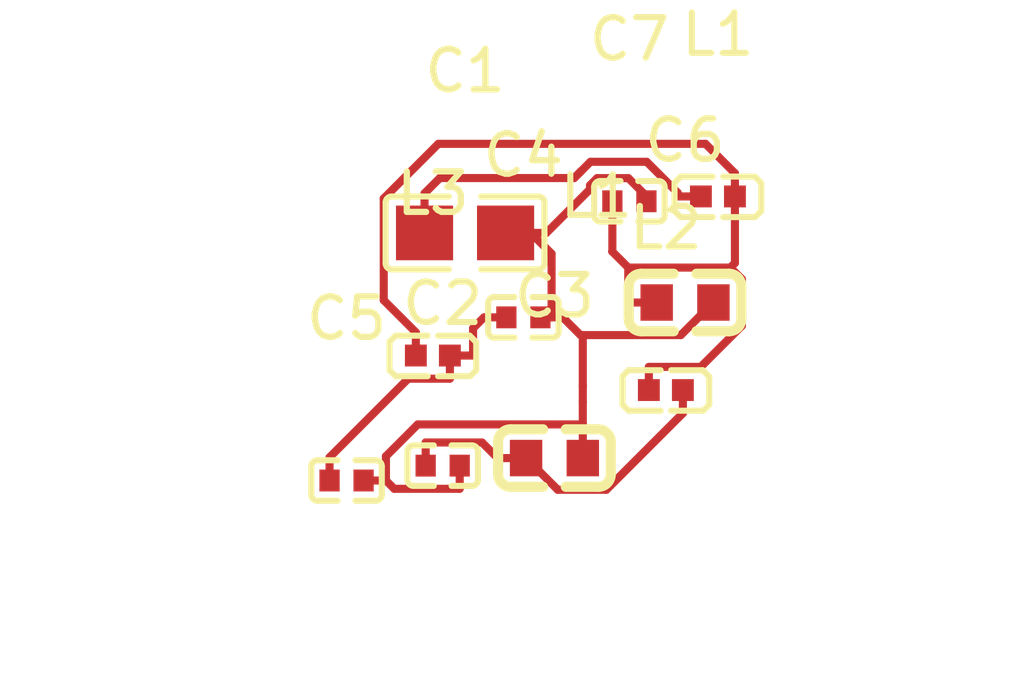
<source format=kicad_pcb>
(kicad_pcb (version 20241229) (generator "pcbnew") (generator_version "9.0")
  (layers (0 "F.Cu" signal) (2 "B.Cu" signal) (13 "F.Paste" user) (15 "B.Paste" user) (5 "F.SilkS" user "F.Silkscreen") (7 "B.SilkS" user "B.Silkscreen") (1 "F.Mask" user) (3 "B.Mask" user) (25 "Edge.Cuts" user))
  (net 0 "")
  (net 1 "vcc")
  (net 2 "vcc_mcu")
  (net 3 "vcc_sensors")
  (net 4 "gnd")
  (net 5 "vbat")
  (footprint "Samsung_Electro_Mechanics_CL05B104KO5NNNC:C0402" (layer "F.Cu") (at 95.4357 98.7818)
    (property "Reference" "C4" (at 0 -4 0) (layer "F.SilkS"))
    (property "Value" "100nF ±10% 16V X7R")
    (fp_line (start -0.87 0.35) (end -0.87 -0.35) (stroke (width 0.15)) (layer "F.SilkS"))
    (fp_line (start -0.72 -0.5) (end -0.22 -0.5) (stroke (width 0.15)) (layer "F.SilkS"))
    (fp_line (start -0.22 0.5) (end -0.72 0.5) (stroke (width 0.15)) (layer "F.SilkS"))
    (fp_line (start 0.22 -0.5) (end 0.72 -0.5) (stroke (width 0.15)) (layer "F.SilkS"))
    (fp_line (start 0.72 0.5) (end 0.22 0.5) (stroke (width 0.15)) (layer "F.SilkS"))
    (fp_line (start 0.87 -0.35) (end 0.87 0.35) (stroke (width 0.15)) (layer "F.SilkS"))
    (fp_arc (start -0.87 -0.35) (mid -0.826066 -0.456066) (end -0.72 -0.5) (stroke (width 0.15)) (layer "F.SilkS"))
    (fp_arc (start -0.72 0.5) (mid -0.826066 0.456066) (end -0.87 0.35) (stroke (width 0.15)) (layer "F.SilkS"))
    (fp_arc (start 0.72 -0.5) (mid 0.826066 -0.456066) (end 0.87 -0.35) (stroke (width 0.15)) (layer "F.SilkS"))
    (fp_arc (start 0.87 0.35) (mid 0.826066 0.456066) (end 0.72 0.5) (stroke (width 0.15)) (layer "F.SilkS"))
    (fp_text user "${REFERENCE}" (at 0 -4 0) (layer "F.SilkS"))
    (pad "1" smd rect (at -0.42 0) (size 0.5 0.54) (layers "F.Cu" "F.Mask" "F.Paste") (net 3 "vcc_sensors"))
    (pad "2" smd rect (at 0.42 0) (size 0.5 0.54) (layers "F.Cu" "F.Mask" "F.Paste") (net 4 "gnd"))
  )
  (footprint "Samsung_Electro_Mechanics_CL05B104KO5NNNC:C0402" (layer "F.Cu") (at 98.0518 95.9169)
    (property "Reference" "C7" (at 0 -4 0) (layer "F.SilkS"))
    (property "Value" "100nF ±10% 16V X7R")
    (fp_line (start -0.87 0.35) (end -0.87 -0.35) (stroke (width 0.15)) (layer "F.SilkS"))
    (fp_line (start -0.72 -0.5) (end -0.22 -0.5) (stroke (width 0.15)) (layer "F.SilkS"))
    (fp_line (start -0.22 0.5) (end -0.72 0.5) (stroke (width 0.15)) (layer "F.SilkS"))
    (fp_line (start 0.22 -0.5) (end 0.72 -0.5) (stroke (width 0.15)) (layer "F.SilkS"))
    (fp_line (start 0.72 0.5) (end 0.22 0.5) (stroke (width 0.15)) (layer "F.SilkS"))
    (fp_line (start 0.87 -0.35) (end 0.87 0.35) (stroke (width 0.15)) (layer "F.SilkS"))
    (fp_arc (start -0.87 -0.35) (mid -0.826066 -0.456066) (end -0.72 -0.5) (stroke (width 0.15)) (layer "F.SilkS"))
    (fp_arc (start -0.72 0.5) (mid -0.826066 0.456066) (end -0.87 0.35) (stroke (width 0.15)) (layer "F.SilkS"))
    (fp_arc (start 0.72 -0.5) (mid 0.826066 -0.456066) (end 0.87 -0.35) (stroke (width 0.15)) (layer "F.SilkS"))
    (fp_arc (start 0.87 0.35) (mid 0.826066 0.456066) (end 0.72 0.5) (stroke (width 0.15)) (layer "F.SilkS"))
    (fp_text user "${REFERENCE}" (at 0 -4 0) (layer "F.SilkS"))
    (pad "1" smd rect (at -0.42 0) (size 0.5 0.54) (layers "F.Cu" "F.Mask" "F.Paste") (net 1 "vcc"))
    (pad "2" smd rect (at 0.42 0) (size 0.5 0.54) (layers "F.Cu" "F.Mask" "F.Paste") (net 4 "gnd"))
  )
  (footprint "Murata_Electronics_BLM15PD121SN1D:L0402" (layer "F.Cu") (at 98.9524 100.5764)
    (property "Reference" "L2" (at 0 -4 0) (layer "F.SilkS"))
    (property "Value" "")
    (fp_line (start -1.07 -0.34) (end -0.92 -0.49) (stroke (width 0.15)) (layer "F.SilkS"))
    (fp_line (start -1.07 0.36) (end -1.07 -0.34) (stroke (width 0.15)) (layer "F.SilkS"))
    (fp_line (start -0.92 -0.49) (end -0.13 -0.49) (stroke (width 0.15)) (layer "F.SilkS"))
    (fp_line (start -0.92 0.51) (end -1.07 0.36) (stroke (width 0.15)) (layer "F.SilkS"))
    (fp_line (start -0.13 0.51) (end -0.92 0.51) (stroke (width 0.15)) (layer "F.SilkS"))
    (fp_line (start 0.13 0.51) (end 0.92 0.51) (stroke (width 0.15)) (layer "F.SilkS"))
    (fp_line (start 0.91 -0.49) (end 0.13 -0.49) (stroke (width 0.15)) (layer "F.SilkS"))
    (fp_line (start 0.92 0.51) (end 1.07 0.36) (stroke (width 0.15)) (layer "F.SilkS"))
    (fp_line (start 1.07 -0.33) (end 0.91 -0.49) (stroke (width 0.15)) (layer "F.SilkS"))
    (fp_line (start 1.07 0.36) (end 1.07 -0.33) (stroke (width 0.15)) (layer "F.SilkS"))
    (fp_text user "${REFERENCE}" (at 0 -4 0) (layer "F.SilkS"))
    (pad "1" smd rect (at -0.42 0) (size 0.54 0.54) (layers "F.Cu" "F.Mask" "F.Paste") (net 1 "vcc"))
    (pad "2" smd rect (at 0.42 0) (size 0.54 0.54) (layers "F.Cu" "F.Mask" "F.Paste") (net 2 "vcc_mcu"))
  )
  (footprint "Murata_Electronics_BLM15PD121SN1D:L0402" (layer "F.Cu") (at 93.2018 99.7244)
    (property "Reference" "L3" (at 0 -4 0) (layer "F.SilkS"))
    (property "Value" "")
    (fp_line (start -1.07 -0.34) (end -0.92 -0.49) (stroke (width 0.15)) (layer "F.SilkS"))
    (fp_line (start -1.07 0.36) (end -1.07 -0.34) (stroke (width 0.15)) (layer "F.SilkS"))
    (fp_line (start -0.92 -0.49) (end -0.13 -0.49) (stroke (width 0.15)) (layer "F.SilkS"))
    (fp_line (start -0.92 0.51) (end -1.07 0.36) (stroke (width 0.15)) (layer "F.SilkS"))
    (fp_line (start -0.13 0.51) (end -0.92 0.51) (stroke (width 0.15)) (layer "F.SilkS"))
    (fp_line (start 0.13 0.51) (end 0.92 0.51) (stroke (width 0.15)) (layer "F.SilkS"))
    (fp_line (start 0.91 -0.49) (end 0.13 -0.49) (stroke (width 0.15)) (layer "F.SilkS"))
    (fp_line (start 0.92 0.51) (end 1.07 0.36) (stroke (width 0.15)) (layer "F.SilkS"))
    (fp_line (start 1.07 -0.33) (end 0.91 -0.49) (stroke (width 0.15)) (layer "F.SilkS"))
    (fp_line (start 1.07 0.36) (end 1.07 -0.33) (stroke (width 0.15)) (layer "F.SilkS"))
    (fp_text user "${REFERENCE}" (at 0 -4 0) (layer "F.SilkS"))
    (pad "1" smd rect (at -0.42 0) (size 0.54 0.54) (layers "F.Cu" "F.Mask" "F.Paste") (net 1 "vcc"))
    (pad "2" smd rect (at 0.42 0) (size 0.54 0.54) (layers "F.Cu" "F.Mask" "F.Paste") (net 3 "vcc_sensors"))
  )
  (footprint "Samsung_Electro_Mechanics_CL10A475KO8NNNC:C0603" (layer "F.Cu") (at 99.4258 98.4157)
    (property "Reference" "C6" (at 0 -4 0) (layer "F.SilkS"))
    (property "Value" "4.7µF ±10% 16V X5R")
    (fp_line (start -1.39 0.4) (end -1.39 -0.4) (stroke (width 0.25)) (layer "F.SilkS"))
    (fp_line (start -0.28 -0.71) (end -1.08 -0.71) (stroke (width 0.25)) (layer "F.SilkS"))
    (fp_line (start -0.28 0.71) (end -1.08 0.71) (stroke (width 0.25)) (layer "F.SilkS"))
    (fp_line (start 0.28 -0.71) (end 1.08 -0.71) (stroke (width 0.25)) (layer "F.SilkS"))
    (fp_line (start 0.28 0.71) (end 1.08 0.71) (stroke (width 0.25)) (layer "F.SilkS"))
    (fp_line (start 1.39 -0.4) (end 1.39 0.4) (stroke (width 0.25)) (layer "F.SilkS"))
    (fp_arc (start -1.39 -0.4) (mid -1.299203 -0.619203) (end -1.08 -0.71) (stroke (width 0.25)) (layer "F.SilkS"))
    (fp_arc (start -1.08 0.71) (mid -1.299203 0.619203) (end -1.39 0.4) (stroke (width 0.25)) (layer "F.SilkS"))
    (fp_arc (start 1.08 -0.71) (mid 1.299203 -0.619203) (end 1.39 -0.4) (stroke (width 0.25)) (layer "F.SilkS"))
    (fp_arc (start 1.39 0.4) (mid 1.299203 0.619203) (end 1.08 0.71) (stroke (width 0.25)) (layer "F.SilkS"))
    (fp_text user "${REFERENCE}" (at 0 -4 0) (layer "F.SilkS"))
    (pad "1" smd rect (at -0.7 0) (size 0.8 0.9) (layers "F.Cu" "F.Mask" "F.Paste") (net 1 "vcc"))
    (pad "2" smd rect (at 0.7 0) (size 0.8 0.9) (layers "F.Cu" "F.Mask" "F.Paste") (net 4 "gnd"))
  )
  (footprint "Samsung_Electro_Mechanics_CL21A226MAQNNNE:C0805" (layer "F.Cu") (at 93.9961 96.6983)
    (property "Reference" "C1" (at 0 -4 0) (layer "F.SilkS"))
    (property "Value" "22µF ±20% 25V X5R")
    (fp_line (start -1.96 0.75) (end -1.96 -0.75) (stroke (width 0.15)) (layer "F.SilkS"))
    (fp_line (start -1.81 -0.9) (end -0.4 -0.9) (stroke (width 0.15)) (layer "F.SilkS"))
    (fp_line (start -0.4 0.9) (end -1.81 0.9) (stroke (width 0.15)) (layer "F.SilkS"))
    (fp_line (start 0.4 0.9) (end 1.81 0.9) (stroke (width 0.15)) (layer "F.SilkS"))
    (fp_line (start 1.81 -0.9) (end 0.4 -0.9) (stroke (width 0.15)) (layer "F.SilkS"))
    (fp_line (start 1.96 0.75) (end 1.96 -0.75) (stroke (width 0.15)) (layer "F.SilkS"))
    (fp_arc (start -1.96 -0.75) (mid -1.916066 -0.856066) (end -1.81 -0.9) (stroke (width 0.15)) (layer "F.SilkS"))
    (fp_arc (start -1.81 0.9) (mid -1.916066 0.856066) (end -1.96 0.75) (stroke (width 0.15)) (layer "F.SilkS"))
    (fp_arc (start 1.81 -0.9) (mid 1.916066 -0.856066) (end 1.96 -0.75) (stroke (width 0.15)) (layer "F.SilkS"))
    (fp_arc (start 1.96 0.75) (mid 1.916066 0.856066) (end 1.81 0.9) (stroke (width 0.15)) (layer "F.SilkS"))
    (fp_text user "${REFERENCE}" (at 0 -4 0) (layer "F.SilkS"))
    (pad "1" smd rect (at -1 0) (size 1.41 1.35) (layers "F.Cu" "F.Mask" "F.Paste") (net 5 "vbat"))
    (pad "2" smd rect (at 1 0) (size 1.41 1.35) (layers "F.Cu" "F.Mask" "F.Paste") (net 4 "gnd"))
  )
  (footprint "Samsung_Electro_Mechanics_CL10A475KO8NNNC:C0603" (layer "F.Cu") (at 96.2022 102.2552)
    (property "Reference" "C3" (at 0 -4 0) (layer "F.SilkS"))
    (property "Value" "4.7µF ±10% 16V X5R")
    (fp_line (start -1.39 0.4) (end -1.39 -0.4) (stroke (width 0.25)) (layer "F.SilkS"))
    (fp_line (start -0.28 -0.71) (end -1.08 -0.71) (stroke (width 0.25)) (layer "F.SilkS"))
    (fp_line (start -0.28 0.71) (end -1.08 0.71) (stroke (width 0.25)) (layer "F.SilkS"))
    (fp_line (start 0.28 -0.71) (end 1.08 -0.71) (stroke (width 0.25)) (layer "F.SilkS"))
    (fp_line (start 0.28 0.71) (end 1.08 0.71) (stroke (width 0.25)) (layer "F.SilkS"))
    (fp_line (start 1.39 -0.4) (end 1.39 0.4) (stroke (width 0.25)) (layer "F.SilkS"))
    (fp_arc (start -1.39 -0.4) (mid -1.299203 -0.619203) (end -1.08 -0.71) (stroke (width 0.25)) (layer "F.SilkS"))
    (fp_arc (start -1.08 0.71) (mid -1.299203 0.619203) (end -1.39 0.4) (stroke (width 0.25)) (layer "F.SilkS"))
    (fp_arc (start 1.08 -0.71) (mid 1.299203 -0.619203) (end 1.39 -0.4) (stroke (width 0.25)) (layer "F.SilkS"))
    (fp_arc (start 1.39 0.4) (mid 1.299203 0.619203) (end 1.08 0.71) (stroke (width 0.25)) (layer "F.SilkS"))
    (fp_text user "${REFERENCE}" (at 0 -4 0) (layer "F.SilkS"))
    (pad "1" smd rect (at -0.7 0) (size 0.8 0.9) (layers "F.Cu" "F.Mask" "F.Paste") (net 2 "vcc_mcu"))
    (pad "2" smd rect (at 0.7 0) (size 0.8 0.9) (layers "F.Cu" "F.Mask" "F.Paste") (net 4 "gnd"))
  )
  (footprint "Murata_Electronics_BLM15PD121SN1D:L0402" (layer "F.Cu") (at 100.2368 95.7977)
    (property "Reference" "L1" (at -3 0 0) (layer "F.SilkS"))
    (property "Value" "")
    (fp_line (start -1.07 -0.34) (end -0.92 -0.49) (stroke (width 0.15)) (layer "F.SilkS"))
    (fp_line (start -1.07 0.36) (end -1.07 -0.34) (stroke (width 0.15)) (layer "F.SilkS"))
    (fp_line (start -0.92 -0.49) (end -0.13 -0.49) (stroke (width 0.15)) (layer "F.SilkS"))
    (fp_line (start -0.92 0.51) (end -1.07 0.36) (stroke (width 0.15)) (layer "F.SilkS"))
    (fp_line (start -0.13 0.51) (end -0.92 0.51) (stroke (width 0.15)) (layer "F.SilkS"))
    (fp_line (start 0.13 0.51) (end 0.92 0.51) (stroke (width 0.15)) (layer "F.SilkS"))
    (fp_line (start 0.91 -0.49) (end 0.13 -0.49) (stroke (width 0.15)) (layer "F.SilkS"))
    (fp_line (start 0.92 0.51) (end 1.07 0.36) (stroke (width 0.15)) (layer "F.SilkS"))
    (fp_line (start 1.07 -0.33) (end 0.91 -0.49) (stroke (width 0.15)) (layer "F.SilkS"))
    (fp_line (start 1.07 0.36) (end 1.07 -0.33) (stroke (width 0.15)) (layer "F.SilkS"))
    (fp_text user "${REFERENCE}" (at 0 -4 0) (layer "F.SilkS"))
    (pad "1" smd rect (at -0.42 0) (size 0.54 0.54) (layers "F.Cu" "F.Mask" "F.Paste") (net 5 "vbat"))
    (pad "2" smd rect (at 0.42 0) (size 0.54 0.54) (layers "F.Cu" "F.Mask" "F.Paste") (net 1 "vcc"))
  )
  (footprint "Samsung_Electro_Mechanics_CL05B104KO5NNNC:C0402" (layer "F.Cu") (at 93.4441 102.4418)
    (property "Reference" "C2" (at 0 -4 0) (layer "F.SilkS"))
    (property "Value" "100nF ±10% 16V X7R")
    (fp_line (start -0.87 0.35) (end -0.87 -0.35) (stroke (width 0.15)) (layer "F.SilkS"))
    (fp_line (start -0.72 -0.5) (end -0.22 -0.5) (stroke (width 0.15)) (layer "F.SilkS"))
    (fp_line (start -0.22 0.5) (end -0.72 0.5) (stroke (width 0.15)) (layer "F.SilkS"))
    (fp_line (start 0.22 -0.5) (end 0.72 -0.5) (stroke (width 0.15)) (layer "F.SilkS"))
    (fp_line (start 0.72 0.5) (end 0.22 0.5) (stroke (width 0.15)) (layer "F.SilkS"))
    (fp_line (start 0.87 -0.35) (end 0.87 0.35) (stroke (width 0.15)) (layer "F.SilkS"))
    (fp_arc (start -0.87 -0.35) (mid -0.826066 -0.456066) (end -0.72 -0.5) (stroke (width 0.15)) (layer "F.SilkS"))
    (fp_arc (start -0.72 0.5) (mid -0.826066 0.456066) (end -0.87 0.35) (stroke (width 0.15)) (layer "F.SilkS"))
    (fp_arc (start 0.72 -0.5) (mid 0.826066 -0.456066) (end 0.87 -0.35) (stroke (width 0.15)) (layer "F.SilkS"))
    (fp_arc (start 0.87 0.35) (mid 0.826066 0.456066) (end 0.72 0.5) (stroke (width 0.15)) (layer "F.SilkS"))
    (fp_text user "${REFERENCE}" (at 0 -4 0) (layer "F.SilkS"))
    (pad "1" smd rect (at -0.42 0) (size 0.5 0.54) (layers "F.Cu" "F.Mask" "F.Paste") (net 2 "vcc_mcu"))
    (pad "2" smd rect (at 0.42 0) (size 0.5 0.54) (layers "F.Cu" "F.Mask" "F.Paste") (net 4 "gnd"))
  )
  (footprint "Samsung_Electro_Mechanics_CL05B104KO5NNNC:C0402" (layer "F.Cu") (at 91.0718 102.8087)
    (property "Reference" "C5" (at 0 -4 0) (layer "F.SilkS"))
    (property "Value" "100nF ±10% 16V X7R")
    (fp_line (start -0.87 0.35) (end -0.87 -0.35) (stroke (width 0.15)) (layer "F.SilkS"))
    (fp_line (start -0.72 -0.5) (end -0.22 -0.5) (stroke (width 0.15)) (layer "F.SilkS"))
    (fp_line (start -0.22 0.5) (end -0.72 0.5) (stroke (width 0.15)) (layer "F.SilkS"))
    (fp_line (start 0.22 -0.5) (end 0.72 -0.5) (stroke (width 0.15)) (layer "F.SilkS"))
    (fp_line (start 0.72 0.5) (end 0.22 0.5) (stroke (width 0.15)) (layer "F.SilkS"))
    (fp_line (start 0.87 -0.35) (end 0.87 0.35) (stroke (width 0.15)) (layer "F.SilkS"))
    (fp_arc (start -0.87 -0.35) (mid -0.826066 -0.456066) (end -0.72 -0.5) (stroke (width 0.15)) (layer "F.SilkS"))
    (fp_arc (start -0.72 0.5) (mid -0.826066 0.456066) (end -0.87 0.35) (stroke (width 0.15)) (layer "F.SilkS"))
    (fp_arc (start 0.72 -0.5) (mid 0.826066 -0.456066) (end 0.87 -0.35) (stroke (width 0.15)) (layer "F.SilkS"))
    (fp_arc (start 0.87 0.35) (mid 0.826066 0.456066) (end 0.72 0.5) (stroke (width 0.15)) (layer "F.SilkS"))
    (fp_text user "${REFERENCE}" (at 0 -4 0) (layer "F.SilkS"))
    (pad "1" smd rect (at -0.42 0) (size 0.5 0.54) (layers "F.Cu" "F.Mask" "F.Paste") (net 3 "vcc_sensors"))
    (pad "2" smd rect (at 0.42 0) (size 0.5 0.54) (layers "F.Cu" "F.Mask" "F.Paste") (net 4 "gnd"))
  )
  (segment (start 99.9308 94.5) (end 93.3364 94.5) (width 0.2) (layer "F.Cu") (net 1))
  (segment (start 100.8275 98.9907) (end 100.8275 97.8381) (width 0.2) (layer "F.Cu") (net 1))
  (segment (start 100.5432 97.5538) (end 98.0241 97.5538) (width 0.2) (layer "F.Cu") (net 1))
  (segment (start 100.8275 97.8381) (end 100.5432 97.5538) (width 0.2) (layer "F.Cu") (net 1))
  (segment (start 100.6568 95.226) (end 99.9308 94.5) (width 0.2) (layer "F.Cu") (net 1))
  (segment (start 97.6286 97.1583) (end 98.0241 97.5538) (width 0.2) (layer "F.Cu") (net 1))
  (segment (start 91.9894 95.847) (end 91.9894 98.3603) (width 0.2) (layer "F.Cu") (net 1))
  (segment (start 100.6568 97.4402) (end 100.6568 96.3694) (width 0.2) (layer "F.Cu") (net 1))
  (segment (start 98.0241 97.5538) (end 98.0241 98.4157) (width 0.2) (layer "F.Cu") (net 1))
  (segment (start 100.6568 95.7977) (end 100.6568 95.226) (width 0.2) (layer "F.Cu") (net 1))
  (segment (start 97.6318 95.9169) (end 97.6318 97.1551) (width 0.2) (layer "F.Cu") (net 1))
  (segment (start 100.6568 95.7977) (end 100.6568 96.3694) (width 0.2) (layer "F.Cu") (net 1))
  (segment (start 98.5324 100.0047) (end 99.8135 100.0047) (width 0.2) (layer "F.Cu") (net 1))
  (segment (start 98.7258 98.4157) (end 98.0241 98.4157) (width 0.2) (layer "F.Cu") (net 1))
  (segment (start 100.5432 97.5538) (end 100.6568 97.4402) (width 0.2) (layer "F.Cu") (net 1))
  (segment (start 92.7818 99.7244) (end 92.7818 99.1527) (width 0.2) (layer "F.Cu") (net 1))
  (segment (start 97.6286 97.1583) (end 97.6318 97.1551) (width 0.2) (layer "F.Cu") (net 1))
  (segment (start 98.5324 100.5764) (end 98.5324 100.0047) (width 0.2) (layer "F.Cu") (net 1))
  (segment (start 91.9894 98.3603) (end 92.7818 99.1527) (width 0.2) (layer "F.Cu") (net 1))
  (segment (start 93.3364 94.5) (end 91.9894 95.847) (width 0.2) (layer "F.Cu") (net 1))
  (segment (start 99.8135 100.0047) (end 100.8275 98.9907) (width 0.2) (layer "F.Cu") (net 1))
  (segment (start 93.0241 102.4418) (end 93.0241 101.8701) (width 0.2) (layer "F.Cu") (net 2))
  (segment (start 94.4154 101.8701) (end 94.8005 102.2552) (width 0.2) (layer "F.Cu") (net 2))
  (segment (start 95.5022 102.2552) (end 96.2844 103.0374) (width 0.2) (layer "F.Cu") (net 2))
  (segment (start 93.0241 101.8701) (end 94.4154 101.8701) (width 0.2) (layer "F.Cu") (net 2))
  (segment (start 95.1514 102.2552) (end 95.5022 102.2552) (width 0.2) (layer "F.Cu") (net 2))
  (segment (start 96.2844 103.0374) (end 97.4831 103.0374) (width 0.2) (layer "F.Cu") (net 2))
  (segment (start 97.4831 103.0374) (end 99.3724 101.1481) (width 0.2) (layer "F.Cu") (net 2))
  (segment (start 95.1514 102.2552) (end 94.8005 102.2552) (width 0.2) (layer "F.Cu") (net 2))
  (segment (start 99.3724 100.5764) (end 99.3724 101.1481) (width 0.2) (layer "F.Cu") (net 2))
  (segment (start 94.1935 99.0523) (end 94.464 98.7818) (width 0.2) (layer "F.Cu") (net 3))
  (segment (start 93.6218 99.7244) (end 93.6218 100.2961) (width 0.2) (layer "F.Cu") (net 3))
  (segment (start 90.6518 102.8087) (end 90.6518 102.237) (width 0.2) (layer "F.Cu") (net 3))
  (segment (start 93.6218 100.2961) (end 92.5927 100.2961) (width 0.2) (layer "F.Cu") (net 3))
  (segment (start 94.1935 99.7244) (end 94.1935 99.0523) (width 0.2) (layer "F.Cu") (net 3))
  (segment (start 93.6218 99.7244) (end 94.1935 99.7244) (width 0.2) (layer "F.Cu") (net 3))
  (segment (start 92.5927 100.2961) (end 90.6518 102.237) (width 0.2) (layer "F.Cu") (net 3))
  (segment (start 95.0157 98.7818) (end 94.464 98.7818) (width 0.2) (layer "F.Cu") (net 3))
  (segment (start 91.4918 102.8087) (end 92.0435 102.8087) (width 0.2) (layer "F.Cu") (net 4))
  (segment (start 92.0435 102.2096) (end 92.0435 102.8087) (width 0.2) (layer "F.Cu") (net 4))
  (segment (start 96.9022 101.4243) (end 92.8288 101.4243) (width 0.2) (layer "F.Cu") (net 4))
  (segment (start 98.026 95.3452) (end 97.2568 95.3452) (width 0.2) (layer "F.Cu") (net 4))
  (segment (start 92.0435 102.8087) (end 92.2483 103.0135) (width 0.2) (layer "F.Cu") (net 4))
  (segment (start 97.0801 95.5219) (end 97.0801 95.621) (width 0.2) (layer "F.Cu") (net 4))
  (segment (start 96.9022 102.2552) (end 96.9022 101.5035) (width 0.2) (layer "F.Cu") (net 4))
  (segment (start 96.1316 98.7818) (end 96.1316 97.2114) (width 0.2) (layer "F.Cu") (net 4))
  (segment (start 95.8557 98.7818) (end 96.1316 98.7818) (width 0.2) (layer "F.Cu") (net 4))
  (segment (start 96.9022 100.8697) (end 96.9022 100.5066) (width 0.2) (layer "F.Cu") (net 4))
  (segment (start 94.9961 96.6983) (end 95.6185 96.6983) (width 0.2) (layer "F.Cu") (net 4))
  (segment (start 96.8453 99.2197) (end 96.4074 98.7818) (width 0.2) (layer "F.Cu") (net 4))
  (segment (start 97.0801 95.621) (end 96.0028 96.6983) (width 0.2) (layer "F.Cu") (net 4))
  (segment (start 92.2483 103.0135) (end 93.8641 103.0135) (width 0.2) (layer "F.Cu") (net 4))
  (segment (start 98.4718 95.9169) (end 98.4718 95.791) (width 0.2) (layer "F.Cu") (net 4))
  (segment (start 99.3218 99.2197) (end 96.9022 99.2197) (width 0.2) (layer "F.Cu") (net 4))
  (segment (start 96.9022 99.2197) (end 96.8453 99.2197) (width 0.2) (layer "F.Cu") (net 4))
  (segment (start 96.9022 100.5066) (end 96.9022 100.4653) (width 0.2) (layer "F.Cu") (net 4))
  (segment (start 96.1316 97.2114) (end 95.6185 96.6983) (width 0.2) (layer "F.Cu") (net 4))
  (segment (start 96.9022 100.4653) (end 96.9022 99.2197) (width 0.2) (layer "F.Cu") (net 4))
  (segment (start 100.1258 98.4157) (end 99.3218 99.2197) (width 0.2) (layer "F.Cu") (net 4))
  (segment (start 93.8641 102.4418) (end 93.8641 103.0135) (width 0.2) (layer "F.Cu") (net 4))
  (segment (start 96.1316 98.7818) (end 96.4074 98.7818) (width 0.2) (layer "F.Cu") (net 4))
  (segment (start 96.9022 101.4243) (end 96.9022 100.8697) (width 0.2) (layer "F.Cu") (net 4))
  (segment (start 98.4718 95.791) (end 98.026 95.3452) (width 0.2) (layer "F.Cu") (net 4))
  (segment (start 95.6185 96.6983) (end 96.0028 96.6983) (width 0.2) (layer "F.Cu") (net 4))
  (segment (start 96.9022 101.5035) (end 96.9022 101.4243) (width 0.2) (layer "F.Cu") (net 4))
  (segment (start 92.8288 101.4243) (end 92.0435 102.2096) (width 0.2) (layer "F.Cu") (net 4))
  (segment (start 97.2568 95.3452) (end 97.0801 95.5219) (width 0.2) (layer "F.Cu") (net 4))
  (segment (start 99.2451 95.7084) (end 98.4802 94.9435) (width 0.2) (layer "F.Cu") (net 5))
  (segment (start 98.4802 94.9435) (end 97.0905 94.9435) (width 0.2) (layer "F.Cu") (net 5))
  (segment (start 96.8551 95.1789) (end 96.6903 95.3437) (width 0.2) (layer "F.Cu") (net 5))
  (segment (start 97.0905 94.9435) (end 96.8551 95.1789) (width 0.2) (layer "F.Cu") (net 5))
  (segment (start 96.6903 95.3437) (end 93.374 95.3437) (width 0.2) (layer "F.Cu") (net 5))
  (segment (start 92.9961 96.6983) (end 92.9961 95.7216) (width 0.2) (layer "F.Cu") (net 5))
  (segment (start 99.8168 95.7977) (end 99.2451 95.7977) (width 0.2) (layer "F.Cu") (net 5))
  (segment (start 96.8551 95.1789) (end 96.6903 95.3437) (width 0.2) (layer "F.Cu") (net 5))
  (segment (start 93.374 95.3437) (end 92.9961 95.7216) (width 0.2) (layer "F.Cu") (net 5))
  (segment (start 99.2451 95.7977) (end 99.2451 95.7084) (width 0.2) (layer "F.Cu") (net 5))
)
</source>
